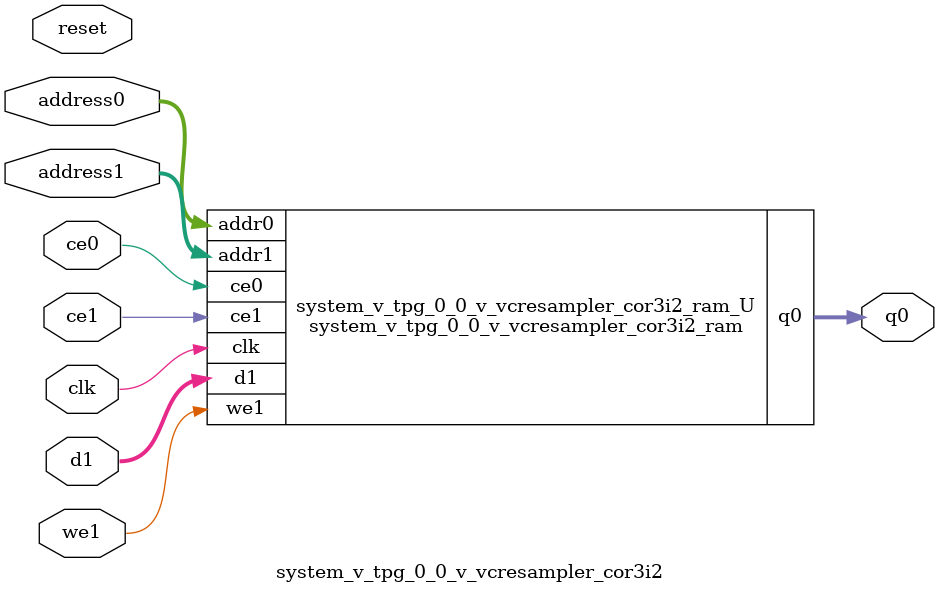
<source format=v>
`timescale 1 ns / 1 ps
module system_v_tpg_0_0_v_vcresampler_cor3i2_ram (addr0, ce0, q0, addr1, ce1, d1, we1,  clk);

parameter DWIDTH = 8;
parameter AWIDTH = 12;
parameter MEM_SIZE = 3840;

input[AWIDTH-1:0] addr0;
input ce0;
output reg[DWIDTH-1:0] q0;
input[AWIDTH-1:0] addr1;
input ce1;
input[DWIDTH-1:0] d1;
input we1;
input clk;

(* ram_style = "block" *)reg [DWIDTH-1:0] ram[0:MEM_SIZE-1];




always @(posedge clk)  
begin 
    if (ce0) begin
        q0 <= ram[addr0];
    end
end


always @(posedge clk)  
begin 
    if (ce1) begin
        if (we1) 
            ram[addr1] <= d1; 
    end
end


endmodule

`timescale 1 ns / 1 ps
module system_v_tpg_0_0_v_vcresampler_cor3i2(
    reset,
    clk,
    address0,
    ce0,
    q0,
    address1,
    ce1,
    we1,
    d1);

parameter DataWidth = 32'd8;
parameter AddressRange = 32'd3840;
parameter AddressWidth = 32'd12;
input reset;
input clk;
input[AddressWidth - 1:0] address0;
input ce0;
output[DataWidth - 1:0] q0;
input[AddressWidth - 1:0] address1;
input ce1;
input we1;
input[DataWidth - 1:0] d1;



system_v_tpg_0_0_v_vcresampler_cor3i2_ram system_v_tpg_0_0_v_vcresampler_cor3i2_ram_U(
    .clk( clk ),
    .addr0( address0 ),
    .ce0( ce0 ),
    .q0( q0 ),
    .addr1( address1 ),
    .ce1( ce1 ),
    .we1( we1 ),
    .d1( d1 ));

endmodule


</source>
